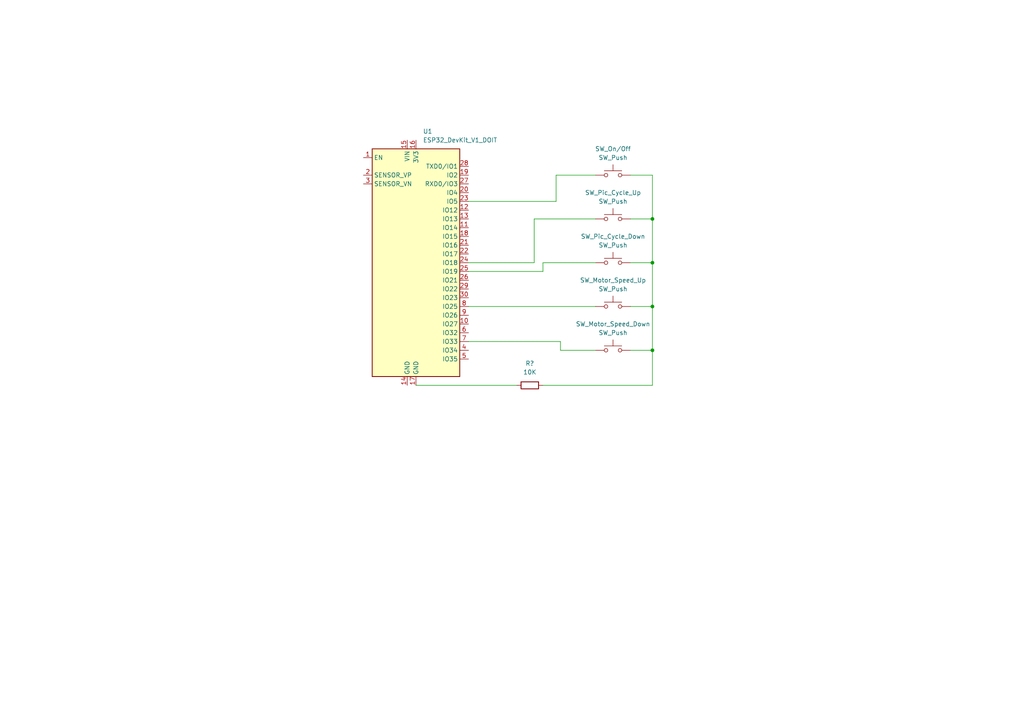
<source format=kicad_sch>
(kicad_sch (version 20211123) (generator eeschema)
  (paper "A4")
  (lib_symbols
    (symbol "Device:R" (pin_numbers hide) (pin_names (offset 0))
      (property "Reference" "R" (at 2.032 0 90))
      (property "Value" "R" (at 0 0 90))
      (symbol "R_0_1"
        (rectangle (start -1.016 -2.54) (end 1.016 2.54) (stroke (width 0.254)))
      )
      (symbol "R_1_1"
        (pin passive line (at 0 3.81 270) (length 1.27) (name "~") (number "1"))
        (pin passive line (at 0 -3.81 90) (length 1.27) (name "~") (number "2"))
      )
    )
    (symbol "Switch:SW_Push" (pin_numbers hide) (pin_names (offset 1.016) hide)
      (property "Reference" "SW" (at 1.27 2.54 0))
      (property "Value" "SW_Push" (at 0 -1.524 0))
      (symbol "SW_Push_0_1"
        (circle (center -2.032 0) (radius 0.508))
        (polyline (pts (xy 0 1.27) (xy 0 3.048)))
        (polyline (pts (xy 2.54 1.27) (xy -2.54 1.27)))
        (circle (center 2.032 0) (radius 0.508))
        (pin passive line (at -5.08 0 0) (length 2.54) (name "1") (number "1"))
        (pin passive line (at 5.08 0 180) (length 2.54) (name "2") (number "2"))
      )
    )
    (symbol "esp32_devkit:ESP32_DevKit_V1_DOIT"
      (property "Reference" "U" (at -11.43 34.29 0))
      (property "Value" "ESP32_DevKit_V1_DOIT" (at 11.43 34.29 0))
      (symbol "ESP32_DevKit_V1_DOIT_1_1"
        (rectangle (start -12.7 33.02) (end 12.7 -33.02) (stroke (width 0.254)) (fill (type background)))
        (pin input line (at -15.24 30.48 0) (length 2.54) (name "EN") (number "1"))
        (pin bidirectional line (at 15.24 -17.78 180) (length 2.54) (name "IO27") (number "10"))
        (pin bidirectional line (at 15.24 10.16 180) (length 2.54) (name "IO14") (number "11"))
        (pin bidirectional line (at 15.24 15.24 180) (length 2.54) (name "IO12") (number "12"))
        (pin bidirectional line (at 15.24 12.7 180) (length 2.54) (name "IO13") (number "13"))
        (pin power_in line (at -2.54 -35.56 90) (length 2.54) (name "GND") (number "14"))
        (pin power_in line (at -2.54 35.56 270) (length 2.54) (name "VIN") (number "15"))
        (pin power_in line (at 0 35.56 270) (length 2.54) (name "3V3") (number "16"))
        (pin power_in line (at 0 -35.56 90) (length 2.54) (name "GND") (number "17"))
        (pin bidirectional line (at 15.24 7.62 180) (length 2.54) (name "IO15") (number "18"))
        (pin bidirectional line (at 15.24 25.4 180) (length 2.54) (name "IO2") (number "19"))
        (pin input line (at -15.24 25.4 0) (length 2.54) (name "SENSOR_VP") (number "2"))
        (pin bidirectional line (at 15.24 20.32 180) (length 2.54) (name "IO4") (number "20"))
        (pin bidirectional line (at 15.24 5.08 180) (length 2.54) (name "IO16") (number "21"))
        (pin bidirectional line (at 15.24 2.54 180) (length 2.54) (name "IO17") (number "22"))
        (pin bidirectional line (at 15.24 17.78 180) (length 2.54) (name "IO5") (number "23"))
        (pin bidirectional line (at 15.24 0 180) (length 2.54) (name "IO18") (number "24"))
        (pin bidirectional line (at 15.24 -2.54 180) (length 2.54) (name "IO19") (number "25"))
        (pin bidirectional line (at 15.24 -5.08 180) (length 2.54) (name "IO21") (number "26"))
        (pin bidirectional line (at 15.24 22.86 180) (length 2.54) (name "RXD0/IO3") (number "27"))
        (pin bidirectional line (at 15.24 27.94 180) (length 2.54) (name "TXD0/IO1") (number "28"))
        (pin bidirectional line (at 15.24 -7.62 180) (length 2.54) (name "IO22") (number "29"))
        (pin input line (at -15.24 22.86 0) (length 2.54) (name "SENSOR_VN") (number "3"))
        (pin bidirectional line (at 15.24 -10.16 180) (length 2.54) (name "IO23") (number "30"))
        (pin input line (at 15.24 -25.4 180) (length 2.54) (name "IO34") (number "4"))
        (pin input line (at 15.24 -27.94 180) (length 2.54) (name "IO35") (number "5"))
        (pin bidirectional line (at 15.24 -20.32 180) (length 2.54) (name "IO32") (number "6"))
        (pin bidirectional line (at 15.24 -22.86 180) (length 2.54) (name "IO33") (number "7"))
        (pin bidirectional line (at 15.24 -12.7 180) (length 2.54) (name "IO25") (number "8"))
        (pin bidirectional line (at 15.24 -15.24 180) (length 2.54) (name "IO26") (number "9"))
      )
    )
  )
  (junction (at 189.23 63.5))
  (junction (at 189.23 101.6))
  (junction (at 189.23 76.2))
  (junction (at 189.23 88.9))
  (wire (pts (xy 161.29 50.8) (xy 161.29 58.42)))
  (wire (pts (xy 135.89 88.9) (xy 172.72 88.9)))
  (wire (pts (xy 149.86 111.76) (xy 120.65 111.76)))
  (wire (pts (xy 154.94 63.5) (xy 154.94 76.2)))
  (wire (pts (xy 189.23 111.76) (xy 157.48 111.76)))
  (wire (pts (xy 154.94 76.2) (xy 135.89 76.2)))
  (wire (pts (xy 189.23 101.6) (xy 189.23 111.76)))
  (wire (pts (xy 172.72 101.6) (xy 162.56 101.6)))
  (wire (pts (xy 172.72 50.8) (xy 161.29 50.8)))
  (wire (pts (xy 189.23 50.8) (xy 189.23 63.5)))
  (wire (pts (xy 162.56 101.6) (xy 162.56 99.06)))
  (wire (pts (xy 172.72 63.5) (xy 154.94 63.5)))
  (wire (pts (xy 161.29 58.42) (xy 135.89 58.42)))
  (wire (pts (xy 182.88 88.9) (xy 189.23 88.9)))
  (wire (pts (xy 162.56 99.06) (xy 135.89 99.06)))
  (wire (pts (xy 172.72 76.2) (xy 157.48 76.2)))
  (wire (pts (xy 182.88 50.8) (xy 189.23 50.8)))
  (wire (pts (xy 157.48 76.2) (xy 157.48 78.74)))
  (wire (pts (xy 189.23 76.2) (xy 189.23 88.9)))
  (wire (pts (xy 182.88 63.5) (xy 189.23 63.5)))
  (wire (pts (xy 157.48 78.74) (xy 135.89 78.74)))
  (wire (pts (xy 182.88 101.6) (xy 189.23 101.6)))
  (wire (pts (xy 182.88 76.2) (xy 189.23 76.2)))
  (wire (pts (xy 189.23 63.5) (xy 189.23 76.2)))
  (wire (pts (xy 189.23 88.9) (xy 189.23 101.6)))
  (symbol (lib_id "Device:R") (at 153.67 111.76 90) (unit 1)
    (property "Reference" "R?" (at 153.67 105.41 90))
    (property "Value" "10K" (at 153.67 107.95 90))
  )
  (symbol (lib_id "Switch:SW_Push") (at 177.8 76.2 0) (unit 1)
    (property "Reference" "SW_Pic_Cycle_Down" (at 177.8 68.58 0))
    (property "Value" "SW_Push" (at 177.8 71.12 0))
  )
  (symbol (lib_id "esp32_devkit:ESP32_DevKit_V1_DOIT") (at 120.65 76.2 0) (unit 1)
    (property "Reference" "U1" (at 122.6694 38.1 0) (effects (justify left)))
    (property "Value" "ESP32_DevKit_V1_DOIT" (at 122.6694 40.64 0) (effects (justify left)))
    (property "Footprint" "ESP32_DevKit_V1_DOIT:esp32_devkit_v1_doit" (effects hide))
    (property "Datasheet" "https://aliexpress.com/item/32864722159.html" (effects hide))
  )
  (symbol (lib_id "Switch:SW_Push") (at 177.8 63.5 0) (unit 1)
    (property "Reference" "SW_Pic_Cycle_Up" (at 177.8 55.88 0))
    (property "Value" "SW_Push" (at 177.8 58.42 0))
  )
  (symbol (lib_id "Switch:SW_Push") (at 177.8 88.9 0) (unit 1)
    (property "Reference" "SW_Motor_Speed_Up" (at 177.8 81.28 0))
    (property "Value" "SW_Push" (at 177.8 83.82 0))
  )
  (symbol (lib_id "Switch:SW_Push") (at 177.8 101.6 0) (unit 1)
    (property "Reference" "SW_Motor_Speed_Down" (at 177.8 93.98 0))
    (property "Value" "SW_Push" (at 177.8 96.52 0))
  )
  (symbol (lib_id "Switch:SW_Push") (at 177.8 50.8 0) (unit 1)
    (property "Reference" "SW_On/Off" (at 177.8 43.18 0))
    (property "Value" "SW_Push" (at 177.8 45.72 0))
  )
)
</source>
